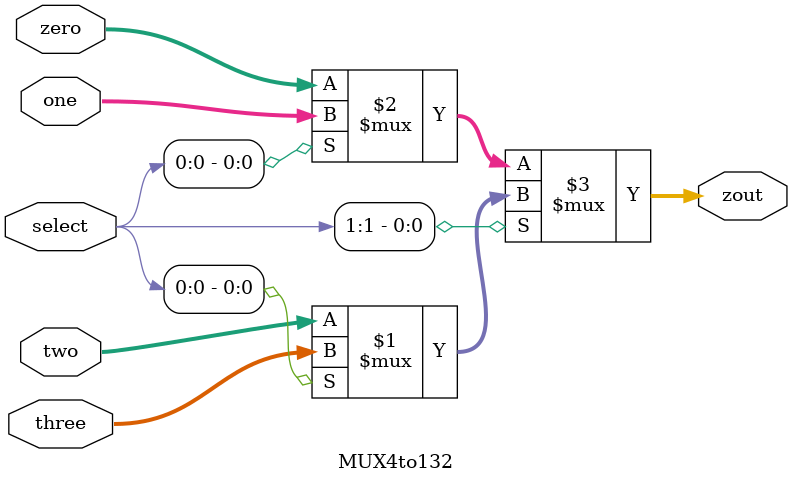
<source format=v>
`timescale 1ns/1ns
module MUX4to132(zero, one, two, three, select, zout);

    input  [31:0]zero, one, two, three;
    input  [1:0] select;
    output [31:0]zout;   
    
    assign zout = select[1] ? ( select[0] ? three : two ) : ( select[0] ? one : zero );
    //       high = 1  low = 1 -> three, low = 0 -> two  // high = 0 low = 1 -> one, low = 0 -> zero
                           // -> means select here
endmodule
</source>
